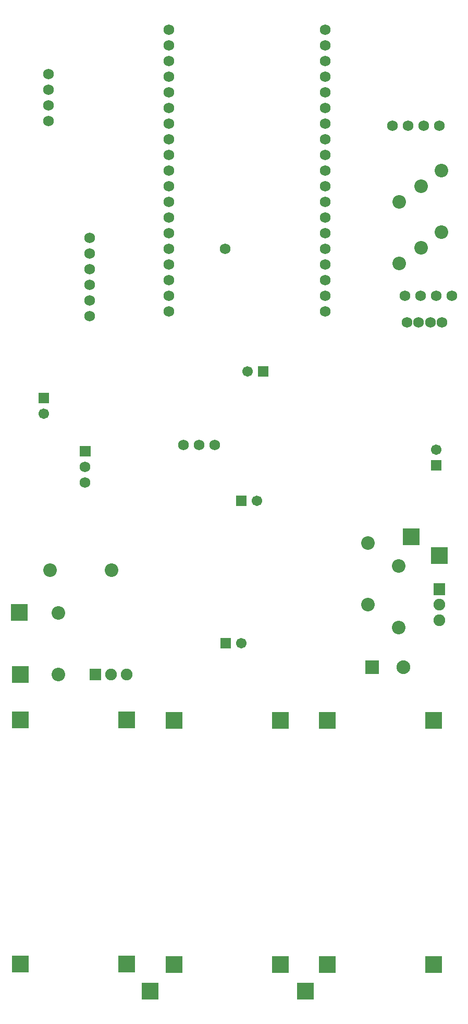
<source format=gts>
G04 Layer: TopSolderMaskLayer*
G04 EasyEDA v6.5.1, 2022-03-27 02:12:12*
G04 f7dead78dcdb48cf945481d8fe3a8f79,963ededa1bec40798c37f3e62625e793,10*
G04 Gerber Generator version 0.2*
G04 Scale: 100 percent, Rotated: No, Reflected: No *
G04 Dimensions in millimeters *
G04 leading zeros omitted , absolute positions ,4 integer and 5 decimal *
%FSLAX45Y45*%
%MOMM*%

%ADD25R,1.7016X1.7016*%
%ADD26C,1.7016*%
%ADD28C,1.7272*%
%ADD29C,2.2032*%
%ADD31C,1.9016*%
%ADD32R,2.7026X2.7026*%
%ADD34C,2.2352*%

%LPD*%
D25*
G01*
X7213600Y2413000D03*
D26*
G01*
X7213600Y2667000D03*
G36*
X4321809Y3851910D02*
G01*
X4321809Y4022089D01*
X4491990Y4022089D01*
X4491990Y3851910D01*
G37*
G01*
X4152900Y3937000D03*
G36*
X753110Y3420110D02*
G01*
X753110Y3590289D01*
X923289Y3590289D01*
X923289Y3420110D01*
G37*
G01*
X838200Y3251200D03*
G36*
X3712209Y-554989D02*
G01*
X3712209Y-384810D01*
X3882390Y-384810D01*
X3882390Y-554989D01*
G37*
G01*
X4051300Y-469900D03*
G36*
X3966209Y1756410D02*
G01*
X3966209Y1926589D01*
X4136390Y1926589D01*
X4136390Y1756410D01*
G37*
G01*
X4305300Y1841500D03*
G36*
X1424939Y2555239D02*
G01*
X1424939Y2727960D01*
X1597660Y2727960D01*
X1597660Y2555239D01*
G37*
D28*
G01*
X1511300Y2387600D03*
G01*
X1511300Y2133600D03*
D29*
G01*
X1079500Y22097D03*
G01*
X1079500Y-977900D03*
G36*
X1581404Y-1072895D02*
G01*
X1581404Y-882904D01*
X1771395Y-882904D01*
X1771395Y-1072895D01*
G37*
D31*
G01*
X1930400Y-977900D03*
G01*
X2184400Y-977900D03*
D29*
G01*
X7302500Y6200902D03*
G01*
X7302500Y7200900D03*
G01*
X6972300Y5946902D03*
G01*
X6972300Y6946900D03*
G01*
X6616700Y5692902D03*
G01*
X6616700Y6692900D03*
D28*
G01*
X5410200Y4914900D03*
G01*
X5410200Y5168900D03*
G01*
X5410200Y5422900D03*
G01*
X5410200Y5676900D03*
G01*
X5410200Y5930900D03*
G01*
X5410200Y6184900D03*
G01*
X5410200Y6438900D03*
G01*
X5410200Y6692900D03*
G01*
X5410200Y6946900D03*
G01*
X5410200Y7200900D03*
G01*
X5410200Y7454900D03*
G01*
X5410200Y7708900D03*
G01*
X5410200Y7962900D03*
G01*
X5410200Y8216900D03*
G01*
X5410200Y8470900D03*
G01*
X5410200Y8724900D03*
G01*
X5410200Y8978900D03*
G01*
X5410200Y9232900D03*
G01*
X5410200Y9486900D03*
G01*
X2870200Y4914900D03*
G01*
X2870200Y5168900D03*
G01*
X2870200Y5422900D03*
G01*
X2870200Y5676900D03*
G01*
X2870200Y5930900D03*
G01*
X2870200Y6184900D03*
G01*
X2870200Y6438900D03*
G01*
X2870200Y6692900D03*
G01*
X2870200Y6946900D03*
G01*
X2870200Y7200900D03*
G01*
X2870200Y7454900D03*
G01*
X2870200Y7708900D03*
G01*
X2870200Y7962900D03*
G01*
X2870200Y8216900D03*
G01*
X2870200Y8470900D03*
G01*
X2870200Y8724900D03*
G01*
X2870200Y8978900D03*
G01*
X2870200Y9232900D03*
G01*
X2870200Y9486900D03*
D32*
G01*
X457200Y-5676900D03*
G01*
X2184400Y-5676900D03*
G01*
X2184400Y-1714500D03*
G01*
X457200Y-1714500D03*
G01*
X2959100Y-5689600D03*
G01*
X4686300Y-5689600D03*
G01*
X4686300Y-1727200D03*
G01*
X2959100Y-1727200D03*
G01*
X5448300Y-5689600D03*
G01*
X7175500Y-5689600D03*
G01*
X7175500Y-1727200D03*
G01*
X5448300Y-1727200D03*
G36*
X6060440Y-975360D02*
G01*
X6060440Y-751839D01*
X6283959Y-751839D01*
X6283959Y-975360D01*
G37*
D34*
G01*
X6680200Y-863600D03*
D29*
G01*
X6604000Y784097D03*
G01*
X6604000Y-215900D03*
G36*
X7169404Y311404D02*
G01*
X7169404Y501395D01*
X7359395Y501395D01*
X7359395Y311404D01*
G37*
D31*
G01*
X7264400Y152400D03*
G01*
X7264400Y-101600D03*
D29*
G01*
X6108700Y1152397D03*
G01*
X6108700Y152400D03*
G01*
X943102Y711200D03*
G01*
X1943100Y711200D03*
D28*
G01*
X7308088Y4736972D03*
G01*
X7117841Y4737227D03*
G01*
X6928104Y4736972D03*
G01*
X6738111Y4736972D03*
D32*
G01*
X2565400Y-6121400D03*
G01*
X5092700Y-6121400D03*
G01*
X6807200Y1257300D03*
G01*
X7264400Y952500D03*
G01*
X457200Y-977900D03*
G01*
X444500Y25400D03*
D28*
G01*
X7010400Y7924800D03*
G01*
X7264400Y7924800D03*
G01*
X6756400Y7924800D03*
G01*
X6502400Y7924800D03*
G01*
X1587500Y4838827D03*
G01*
X1587500Y5092827D03*
G01*
X1587500Y5346954D03*
G01*
X1587500Y5600954D03*
G01*
X1587500Y5854827D03*
G01*
X1587500Y6108700D03*
G01*
X3111500Y2743200D03*
G01*
X3365500Y2743200D03*
G01*
X3619500Y2743200D03*
G01*
X3784600Y5930900D03*
G01*
X914400Y8509000D03*
G01*
X914400Y8763000D03*
G01*
X914400Y8255000D03*
G01*
X914400Y8001000D03*
G01*
X7467600Y5168900D03*
G01*
X7213600Y5168900D03*
G01*
X6959600Y5168900D03*
G01*
X6705600Y5168900D03*
M02*

</source>
